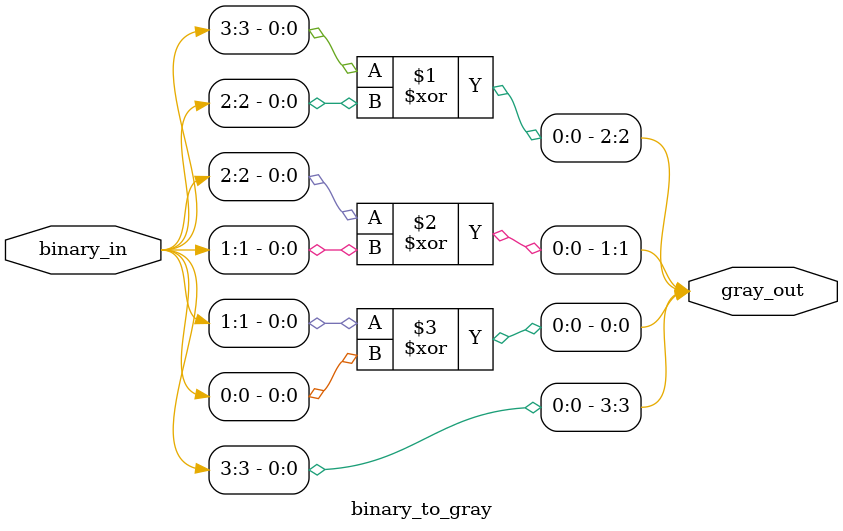
<source format=v>
`timescale 1ns/1ps

module binary_to_gray( input [3:0] binary_in,
output [3:0] gray_out );

buf buf1(gray_out[3] ,binary_in[3]);
xor xor1(gray_out[2],binary_in[3],binary_in[2]),
 xor2(gray_out[1],binary_in[2],binary_in[1]),
 xor3(gray_out[0],binary_in[1],binary_in[0]);

endmodule

</source>
